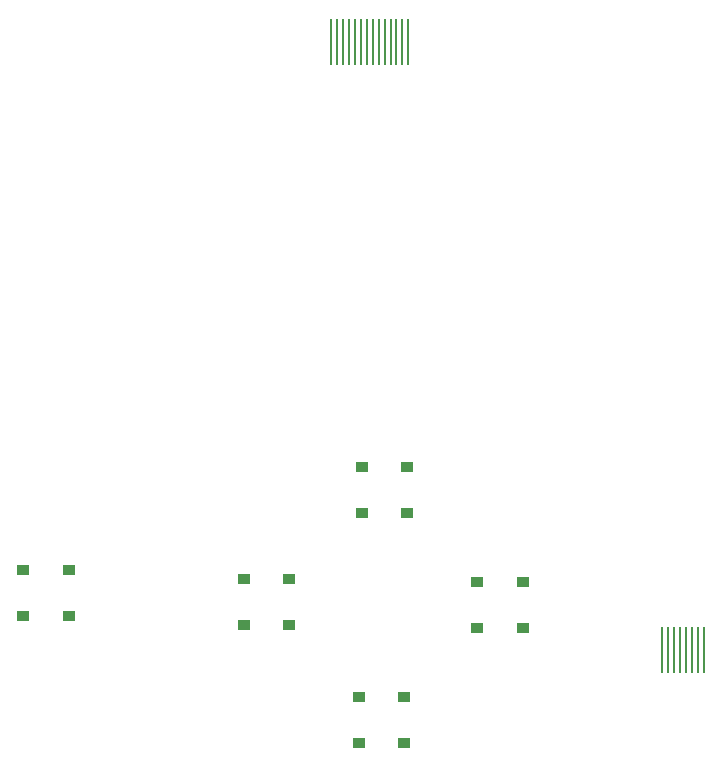
<source format=gbr>
%TF.GenerationSoftware,KiCad,Pcbnew,7.0.5*%
%TF.CreationDate,2023-07-18T08:52:37+01:00*%
%TF.ProjectId,rbuttons,72627574-746f-46e7-932e-6b696361645f,rev?*%
%TF.SameCoordinates,Original*%
%TF.FileFunction,Paste,Bot*%
%TF.FilePolarity,Positive*%
%FSLAX46Y46*%
G04 Gerber Fmt 4.6, Leading zero omitted, Abs format (unit mm)*
G04 Created by KiCad (PCBNEW 7.0.5) date 2023-07-18 08:52:37*
%MOMM*%
%LPD*%
G01*
G04 APERTURE LIST*
%ADD10R,1.000000X0.900000*%
%ADD11R,0.250000X4.000000*%
G04 APERTURE END LIST*
D10*
%TO.C,U2*%
X77000000Y-111750000D03*
X77000000Y-115650178D03*
X73139954Y-111750000D03*
X73139954Y-115650178D03*
%TD*%
%TO.C,U5*%
X115430023Y-112800038D03*
X115430023Y-116700216D03*
X111569977Y-112800038D03*
X111569977Y-116700216D03*
%TD*%
%TO.C,U3*%
X95680023Y-112550038D03*
X95680023Y-116450216D03*
X91819977Y-112550038D03*
X91819977Y-116450216D03*
%TD*%
D11*
%TO.C,C2*%
X130750000Y-118500000D03*
X130250000Y-118500000D03*
X129750000Y-118500000D03*
X129250000Y-118500000D03*
X128750000Y-118500000D03*
X128250000Y-118500000D03*
X127750000Y-118500000D03*
X127250000Y-118500000D03*
%TD*%
%TO.C,C1*%
X105750000Y-67075000D03*
X105250000Y-67075000D03*
X104750000Y-67075000D03*
X104250000Y-67075000D03*
X103750000Y-67075000D03*
X103250000Y-67075000D03*
X102750000Y-67075000D03*
X102250000Y-67075000D03*
X101750000Y-67075000D03*
X101250000Y-67075000D03*
X100750000Y-67075000D03*
X100250000Y-67075000D03*
X99750000Y-67075000D03*
X99250000Y-67075000D03*
%TD*%
D10*
%TO.C,U1*%
X105680023Y-103050038D03*
X105680023Y-106950216D03*
X101819977Y-103050038D03*
X101819977Y-106950216D03*
%TD*%
%TO.C,U4*%
X105430023Y-122550038D03*
X105430023Y-126450216D03*
X101569977Y-122550038D03*
X101569977Y-126450216D03*
%TD*%
M02*

</source>
